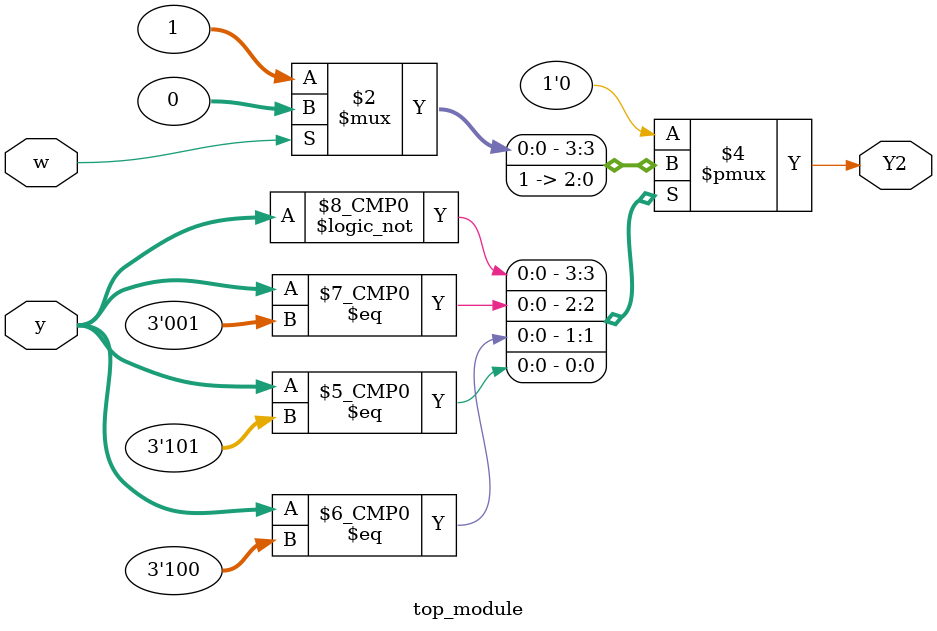
<source format=sv>
module top_module(
    input [3:1] y,
    input w,
    output reg Y2);

    always @(*) begin
        case (y)
            // Next state logic for Y2
            3'b000: Y2 = (w) ? 0 : 1;
            3'b001: Y2 = 1;
            3'b010: Y2 = 0;
            3'b011: Y2 = 0;
            3'b100: Y2 = 1;
            3'b101: Y2 = 1;
            default: Y2 = 0;
        endcase
    end

endmodule

</source>
